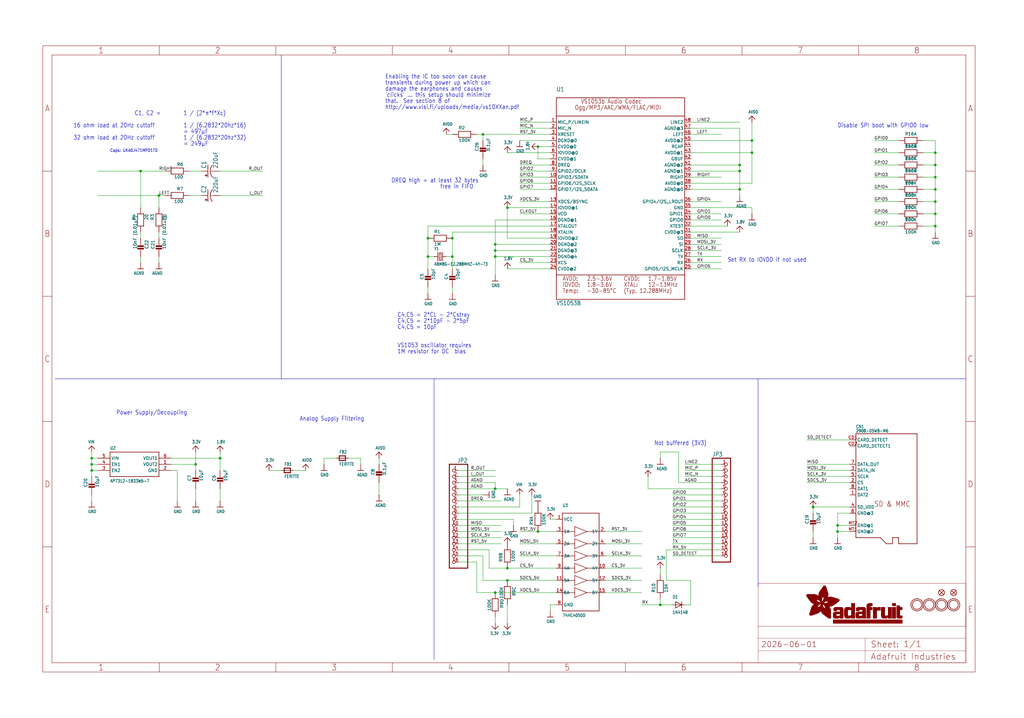
<source format=kicad_sch>
(kicad_sch (version 20230121) (generator eeschema)
  (paper "User" 425.45 298.602)
  (lib_symbols
    (symbol "working-eagle-import:1.8V" (power)
      (property "Value" "1.8V" (at -1.524 1.016 0))
      (symbol "1.8V_1_0"
        (pin power_in line (at 0 -2.54 90) (length 2.54) (name "1.8V") (number "1"))
      )
    )
    (symbol "working-eagle-import:3.3V" (power)
      (property "Value" "3.3V" (at -1.524 1.016 0))
      (symbol "3.3V_1_0"
        (pin power_in line (at 0 -2.54 90) (length 2.54) (name "3.3V") (number "1"))
      )
    )
    (symbol "working-eagle-import:74HC4050D"
      (property "Reference" "U" (at -7.62 22.86 0))
      (symbol "74HC4050D_1_0"
        (pin bidirectional line (at -10.16 17.78 0) (length 2.54) (name "VCC") (number "1"))
        (pin bidirectional line (at 10.16 -2.54 180) (length 2.54) (name "4Y") (number "10"))
        (pin bidirectional line (at -10.16 -7.62 0) (length 2.54) (name "5A") (number "11"))
        (pin bidirectional line (at 10.16 -7.62 180) (length 2.54) (name "5Y") (number "12"))
        (pin bidirectional line (at -10.16 -12.7 0) (length 2.54) (name "6A") (number "14"))
        (pin bidirectional line (at 10.16 -12.7 180) (length 2.54) (name "6Y") (number "15"))
        (pin bidirectional line (at 10.16 12.7 180) (length 2.54) (name "1Y") (number "2"))
        (pin bidirectional line (at -10.16 12.7 0) (length 2.54) (name "1A") (number "3"))
        (pin bidirectional line (at 10.16 7.62 180) (length 2.54) (name "2Y") (number "4"))
        (pin bidirectional line (at -10.16 7.62 0) (length 2.54) (name "2A") (number "5"))
        (pin bidirectional line (at 10.16 2.54 180) (length 2.54) (name "3Y") (number "6"))
        (pin bidirectional line (at -10.16 2.54 0) (length 2.54) (name "3A") (number "7"))
        (pin bidirectional line (at -10.16 -17.78 0) (length 2.54) (name "GND") (number "8"))
        (pin bidirectional line (at -10.16 -2.54 0) (length 2.54) (name "4A") (number "9"))
      )
    )
    (symbol "working-eagle-import:AGND" (power)
      (property "Value" "AGND" (at -1.524 -2.54 0))
      (symbol "AGND_1_0"
        (pin power_in line (at 0 2.54 270) (length 2.54) (name "AGND") (number "1"))
      )
    )
    (symbol "working-eagle-import:AVDD" (power)
      (property "Value" "AVDD" (at -1.524 1.016 0))
      (symbol "AVDD_1_0"
        (pin power_in line (at 0 -2.54 90) (length 2.54) (name "AVDD") (number "1"))
      )
    )
    (symbol "working-eagle-import:CAP_CERAMIC_0805MP"
      (property "Reference" "C" (at -1.79 0.54 90))
      (symbol "CAP_CERAMIC_0805MP_1_0"
        (pin passive line (at 0 5.08 270) (length 2.54) (name "1") (number "1"))
        (pin passive line (at 0 -2.54 90) (length 2.54) (name "2") (number "2"))
      )
    )
    (symbol "working-eagle-import:CPOL-USC"
      (property "Reference" "C" (at 1.016 0.635 0))
      (symbol "CPOL-USC_1_0"
        (pin passive line (at 0 2.54 270) (length 2.54) (name "+") (number "+"))
        (pin passive line (at 0 -5.08 90) (length 2.54) (name "-") (number "-"))
      )
    )
    (symbol "working-eagle-import:CRYSTAL3.2X2.5"
      (property "Reference" "Y" (at -2.54 2.54 0))
      (symbol "CRYSTAL3.2X2.5_1_0"
        (pin passive line (at -2.54 0 0) (length 0) (name "1") (number "1"))
        (pin passive line (at 2.54 0 180) (length 0) (name "2") (number "2"))
      )
    )
    (symbol "working-eagle-import:DIODESOD-323"
      (property "Reference" "D" (at -2.54 2.54 0))
      (symbol "DIODESOD-323_1_0"
        (pin passive line (at -2.54 0 0) (length 2.54) (name "A") (number "A"))
        (pin passive line (at 2.54 0 180) (length 2.54) (name "C") (number "C"))
      )
    )
    (symbol "working-eagle-import:FERRITE_0805MP"
      (property "Reference" "FB" (at -1.27 1.905 0))
      (symbol "FERRITE_0805MP_1_0"
        (pin passive line (at -2.54 0 0) (length 2.54) (name "P$1") (number "1"))
        (pin passive line (at 2.54 0 180) (length 2.54) (name "P$2") (number "2"))
      )
    )
    (symbol "working-eagle-import:FIDUCIAL{dblquote}{dblquote}")
    (symbol "working-eagle-import:FRAME_A3_ADAFRUIT"
      (symbol "FRAME_A3_ADAFRUIT_1_0"
        (text "${#}/${##}" (at 357.505 10.16 0) (effects (font (size 2.54 2.54)) (justify left bottom)))
        (text "${CURRENT_DATE}" (at 298.45 10.16 0) (effects (font (size 2.286 2.286)) (justify left bottom)))
        (text "${PROJECTNAME}" (at 298.45 15.24 0) (effects (font (size 2.54 2.54)) (justify left bottom)))
        (text "1" (at 24.2094 1.905 0) (effects (font (size 2.54 2.286))))
        (text "1" (at 24.2094 258.445 0) (effects (font (size 2.54 2.286))))
        (text "2" (at 72.6281 1.905 0) (effects (font (size 2.54 2.286))))
        (text "2" (at 72.6281 258.445 0) (effects (font (size 2.54 2.286))))
        (text "3" (at 121.0469 1.905 0) (effects (font (size 2.54 2.286))))
        (text "3" (at 121.0469 258.445 0) (effects (font (size 2.54 2.286))))
        (text "4" (at 169.4656 1.905 0) (effects (font (size 2.54 2.286))))
        (text "4" (at 169.4656 258.445 0) (effects (font (size 2.54 2.286))))
        (text "5" (at 217.8844 1.905 0) (effects (font (size 2.54 2.286))))
        (text "5" (at 217.8844 258.445 0) (effects (font (size 2.54 2.286))))
        (text "6" (at 266.3031 1.905 0) (effects (font (size 2.54 2.286))))
        (text "6" (at 266.3031 258.445 0) (effects (font (size 2.54 2.286))))
        (text "7" (at 314.7219 1.905 0) (effects (font (size 2.54 2.286))))
        (text "7" (at 314.7219 258.445 0) (effects (font (size 2.54 2.286))))
        (text "8" (at 363.1406 1.905 0) (effects (font (size 2.54 2.286))))
        (text "8" (at 363.1406 258.445 0) (effects (font (size 2.54 2.286))))
        (text "A" (at 1.905 234.315 0) (effects (font (size 2.54 2.286))))
        (text "A" (at 385.445 234.315 0) (effects (font (size 2.54 2.286))))
        (text "Adafruit Industries" (at 343.916 4.953 0) (effects (font (size 2.54 2.54)) (justify left bottom)))
        (text "B" (at 1.905 182.245 0) (effects (font (size 2.54 2.286))))
        (text "B" (at 385.445 182.245 0) (effects (font (size 2.54 2.286))))
        (text "C" (at 1.905 130.175 0) (effects (font (size 2.54 2.286))))
        (text "C" (at 385.445 130.175 0) (effects (font (size 2.54 2.286))))
        (text "D" (at 1.905 78.105 0) (effects (font (size 2.54 2.286))))
        (text "D" (at 385.445 78.105 0) (effects (font (size 2.54 2.286))))
        (text "E" (at 1.905 26.035 0) (effects (font (size 2.54 2.286))))
        (text "E" (at 385.445 26.035 0) (effects (font (size 2.54 2.286))))
        (text "Sheet:" (at 343.916 10.033 0) (effects (font (size 2.54 2.54)) (justify left bottom)))
      )
    )
    (symbol "working-eagle-import:GND" (power)
      (property "Value" "GND" (at -1.524 -2.54 0))
      (symbol "GND_1_0"
        (pin power_in line (at 0 2.54 270) (length 2.54) (name "GND") (number "1"))
      )
    )
    (symbol "working-eagle-import:HEADER-1X16ROUND"
      (property "Reference" "JP" (at -6.35 20.955 0))
      (symbol "HEADER-1X16ROUND_1_0"
        (pin passive inverted (at -2.54 17.78 0) (length 2.54) (name "1") (number "1"))
        (pin passive inverted (at -2.54 -5.08 0) (length 2.54) (name "10") (number "10"))
        (pin passive inverted (at -2.54 -7.62 0) (length 2.54) (name "11") (number "11"))
        (pin passive inverted (at -2.54 -10.16 0) (length 2.54) (name "12") (number "12"))
        (pin passive inverted (at -2.54 -12.7 0) (length 2.54) (name "13") (number "13"))
        (pin passive inverted (at -2.54 -15.24 0) (length 2.54) (name "14") (number "14"))
        (pin passive inverted (at -2.54 -17.78 0) (length 2.54) (name "15") (number "15"))
        (pin passive inverted (at -2.54 -20.32 0) (length 2.54) (name "16") (number "16"))
        (pin passive inverted (at -2.54 15.24 0) (length 2.54) (name "2") (number "2"))
        (pin passive inverted (at -2.54 12.7 0) (length 2.54) (name "3") (number "3"))
        (pin passive inverted (at -2.54 10.16 0) (length 2.54) (name "4") (number "4"))
        (pin passive inverted (at -2.54 7.62 0) (length 2.54) (name "5") (number "5"))
        (pin passive inverted (at -2.54 5.08 0) (length 2.54) (name "6") (number "6"))
        (pin passive inverted (at -2.54 2.54 0) (length 2.54) (name "7") (number "7"))
        (pin passive inverted (at -2.54 0 0) (length 2.54) (name "8") (number "8"))
        (pin passive inverted (at -2.54 -2.54 0) (length 2.54) (name "9") (number "9"))
      )
    )
    (symbol "working-eagle-import:MICROSD"
      (property "Reference" "X" (at -12.7 22.606 0))
      (symbol "MICROSD_1_0"
        (text "SD & MMC" (at -5.08 -10.16 0) (effects (font (size 2.1844 1.8567)) (justify left bottom)))
        (pin bidirectional line (at -15.24 -5.08 0) (length 2.54) (name "DAT2") (number "1"))
        (pin input line (at -15.24 0 0) (length 2.54) (name "CS") (number "2"))
        (pin input line (at -15.24 5.08 0) (length 2.54) (name "DATA_IN") (number "3"))
        (pin power_in line (at -15.24 -10.16 0) (length 2.54) (name "SD_VDD") (number "4"))
        (pin input line (at -15.24 2.54 0) (length 2.54) (name "SCLK") (number "5"))
        (pin power_in line (at -15.24 -12.7 0) (length 2.54) (name "GND@3") (number "6"))
        (pin output line (at -15.24 7.62 0) (length 2.54) (name "DATA_OUT") (number "7"))
        (pin bidirectional line (at -15.24 -2.54 0) (length 2.54) (name "DAT1") (number "8"))
        (pin passive line (at -15.24 17.78 0) (length 2.54) (name "CARD_DETECT") (number "CD1"))
        (pin passive line (at -15.24 15.24 0) (length 2.54) (name "CARD_DETECT1") (number "CD2"))
        (pin power_in line (at -15.24 -20.32 0) (length 2.54) (name "GND@2") (number "MT1"))
        (pin power_in line (at -15.24 -17.78 0) (length 2.54) (name "GND@1") (number "MT2"))
      )
    )
    (symbol "working-eagle-import:MOUNTINGHOLE3.0THIN")
    (symbol "working-eagle-import:RESISTOR0805_NOOUTLINE"
      (property "Reference" "R" (at -2.54 2.032 0))
      (symbol "RESISTOR0805_NOOUTLINE_1_0"
        (pin passive line (at -5.08 0 0) (length 2.54) (name "1") (number "1"))
        (pin passive line (at 5.08 0 180) (length 2.54) (name "2") (number "2"))
      )
    )
    (symbol "working-eagle-import:RESISTOR_0805MP"
      (property "Reference" "R" (at -2.54 2.032 0))
      (symbol "RESISTOR_0805MP_1_0"
        (pin passive line (at -5.08 0 0) (length 2.54) (name "1") (number "1"))
        (pin passive line (at 5.08 0 180) (length 2.54) (name "2") (number "2"))
      )
    )
    (symbol "working-eagle-import:RESISTOR_4PACK"
      (property "Reference" "R" (at -2.54 2.032 0))
      (symbol "RESISTOR_4PACK_1_0"
        (pin passive line (at -5.08 0 0) (length 2.54) (name "1") (number "1"))
        (pin passive line (at 5.08 0 180) (length 2.54) (name "2") (number "8"))
      )
      (symbol "RESISTOR_4PACK_2_0"
        (pin passive line (at -5.08 0 0) (length 2.54) (name "1") (number "2"))
        (pin passive line (at 5.08 0 180) (length 2.54) (name "2") (number "7"))
      )
      (symbol "RESISTOR_4PACK_3_0"
        (pin passive line (at -5.08 0 0) (length 2.54) (name "1") (number "3"))
        (pin passive line (at 5.08 0 180) (length 2.54) (name "2") (number "6"))
      )
      (symbol "RESISTOR_4PACK_4_0"
        (pin passive line (at -5.08 0 0) (length 2.54) (name "1") (number "4"))
        (pin passive line (at 5.08 0 180) (length 2.54) (name "2") (number "5"))
      )
    )
    (symbol "working-eagle-import:VIN" (power)
      (property "Value" "VIN" (at -1.524 1.016 0))
      (symbol "VIN_1_0"
        (pin power_in line (at 0 -2.54 90) (length 2.54) (name "VIN") (number "1"))
      )
    )
    (symbol "working-eagle-import:VREG_SOT23-6_DUALAP7312"
      (property "Reference" "U" (at -10.16 6.096 0))
      (symbol "VREG_SOT23-6_DUALAP7312_1_0"
        (pin bidirectional line (at 15.24 0 180) (length 5.08) (name "VOUT2") (number "1"))
        (pin bidirectional line (at 15.24 -2.54 180) (length 5.08) (name "GND") (number "2"))
        (pin bidirectional line (at -15.24 -2.54 0) (length 5.08) (name "EN2") (number "3"))
        (pin bidirectional line (at -15.24 0 0) (length 5.08) (name "EN1") (number "4"))
        (pin bidirectional line (at -15.24 2.54 0) (length 5.08) (name "VIN") (number "5"))
        (pin bidirectional line (at 15.24 2.54 180) (length 5.08) (name "VOUT1") (number "6"))
      )
    )
    (symbol "working-eagle-import:VS1053B"
      (property "Reference" "U" (at -25.4 43.18 0))
      (symbol "VS1053B_1_0"
        (text "(Typ. 12.288MHz)" (at 2.54 -40.64 0) (effects (font (size 1.778 1.5113)) (justify left bottom)))
        (text "-30-85°C" (at -12.7 -40.64 0) (effects (font (size 1.778 1.5113)) (justify left bottom)))
        (text "1.7-1.85V" (at 12.7 -35.56 0) (effects (font (size 1.778 1.5113)) (justify left bottom)))
        (text "1.8-3.6V" (at -12.7 -38.1 0) (effects (font (size 1.778 1.5113)) (justify left bottom)))
        (text "12-13MHz" (at 12.7 -38.1 0) (effects (font (size 1.778 1.5113)) (justify left bottom)))
        (text "2.5-3.6V" (at -12.7 -35.56 0) (effects (font (size 1.778 1.5113)) (justify left bottom)))
        (text "AVDD:" (at -22.86 -35.56 0) (effects (font (size 1.778 1.5113)) (justify left bottom)))
        (text "CVDD:" (at 2.54 -35.56 0) (effects (font (size 1.778 1.5113)) (justify left bottom)))
        (text "IOVDD:" (at -22.86 -38.1 0) (effects (font (size 1.778 1.5113)) (justify left bottom)))
        (text "Ogg/MP3/AAC/WMA/FLAC/MIDI" (at -17.78 35.56 0) (effects (font (size 1.778 1.5113)) (justify left bottom)))
        (text "Temp:" (at -22.86 -40.64 0) (effects (font (size 1.778 1.5113)) (justify left bottom)))
        (text "VS1053b Audio Codec" (at -15.24 38.1 0) (effects (font (size 1.778 1.5113)) (justify left bottom)))
        (text "XTAL:" (at 2.54 -38.1 0) (effects (font (size 1.778 1.5113)) (justify left bottom)))
        (pin bidirectional line (at -27.94 30.48 0) (length 2.54) (name "MIC_P/LINEIN") (number "1"))
        (pin bidirectional line (at -27.94 7.62 0) (length 2.54) (name "GPIO3/SDATA") (number "10"))
        (pin bidirectional line (at -27.94 5.08 0) (length 2.54) (name "GPIO6/I2S_SCLK") (number "11"))
        (pin bidirectional line (at -27.94 2.54 0) (length 2.54) (name "GPIO7/I2S_SDATA") (number "12"))
        (pin bidirectional line (at -27.94 -2.54 0) (length 2.54) (name "XDCS/BSYNC") (number "13"))
        (pin power_in line (at -27.94 -5.08 0) (length 2.54) (name "IOVDD@1") (number "14"))
        (pin bidirectional line (at -27.94 -7.62 0) (length 2.54) (name "VCO") (number "15"))
        (pin power_in line (at -27.94 -10.16 0) (length 2.54) (name "DGND@1") (number "16"))
        (pin output line (at -27.94 -12.7 0) (length 2.54) (name "XTALOUT") (number "17"))
        (pin input line (at -27.94 -15.24 0) (length 2.54) (name "XTALIN") (number "18"))
        (pin power_in line (at -27.94 -17.78 0) (length 2.54) (name "IOVDD@2") (number "19"))
        (pin bidirectional line (at -27.94 27.94 0) (length 2.54) (name "MIC_N") (number "2"))
        (pin power_in line (at -27.94 -20.32 0) (length 2.54) (name "DGND@2") (number "20"))
        (pin power_in line (at -27.94 -22.86 0) (length 2.54) (name "DGND@3") (number "21"))
        (pin power_in line (at -27.94 -25.4 0) (length 2.54) (name "DGND@4") (number "22"))
        (pin bidirectional line (at -27.94 -27.94 0) (length 2.54) (name "XCS") (number "23"))
        (pin power_in line (at -27.94 -30.48 0) (length 2.54) (name "CVDD@2") (number "24"))
        (pin bidirectional line (at 30.48 -30.48 180) (length 2.54) (name "GPIO5/I2S_MCLK") (number "25"))
        (pin bidirectional line (at 30.48 -27.94 180) (length 2.54) (name "RX") (number "26"))
        (pin bidirectional line (at 30.48 -25.4 180) (length 2.54) (name "TX") (number "27"))
        (pin bidirectional line (at 30.48 -22.86 180) (length 2.54) (name "SCLK") (number "28"))
        (pin bidirectional line (at 30.48 -20.32 180) (length 2.54) (name "SI") (number "29"))
        (pin bidirectional line (at -27.94 25.4 0) (length 2.54) (name "XRESET") (number "3"))
        (pin bidirectional line (at 30.48 -17.78 180) (length 2.54) (name "SO") (number "30"))
        (pin power_in line (at 30.48 -15.24 180) (length 2.54) (name "CVDD@3") (number "31"))
        (pin bidirectional line (at 30.48 -12.7 180) (length 2.54) (name "XTEST") (number "32"))
        (pin bidirectional line (at 30.48 -10.16 180) (length 2.54) (name "GPIO0") (number "33"))
        (pin bidirectional line (at 30.48 -7.62 180) (length 2.54) (name "GPIO1") (number "34"))
        (pin power_in line (at 30.48 -5.08 180) (length 2.54) (name "GND") (number "35"))
        (pin bidirectional line (at 30.48 -2.54 180) (length 2.54) (name "GPIO4/I2S_LROUT") (number "36"))
        (pin power_in line (at 30.48 2.54 180) (length 2.54) (name "AGND@0") (number "37"))
        (pin power_in line (at 30.48 5.08 180) (length 2.54) (name "AVDD@0") (number "38"))
        (pin bidirectional line (at 30.48 7.62 180) (length 2.54) (name "RIGHT") (number "39"))
        (pin power_in line (at -27.94 22.86 0) (length 2.54) (name "DGND@0") (number "4"))
        (pin power_in line (at 30.48 10.16 180) (length 2.54) (name "AGND@1") (number "40"))
        (pin power_in line (at 30.48 12.7 180) (length 2.54) (name "AGND@2") (number "41"))
        (pin bidirectional line (at 30.48 15.24 180) (length 2.54) (name "GBUF") (number "42"))
        (pin power_in line (at 30.48 17.78 180) (length 2.54) (name "AVDD@1") (number "43"))
        (pin bidirectional line (at 30.48 20.32 180) (length 2.54) (name "RCAP") (number "44"))
        (pin power_in line (at 30.48 22.86 180) (length 2.54) (name "AVDD@2") (number "45"))
        (pin bidirectional line (at 30.48 25.4 180) (length 2.54) (name "LEFT") (number "46"))
        (pin power_in line (at 30.48 27.94 180) (length 2.54) (name "AGND@3") (number "47"))
        (pin bidirectional line (at 30.48 30.48 180) (length 2.54) (name "LINE2") (number "48"))
        (pin power_in line (at -27.94 20.32 0) (length 2.54) (name "CVDD@0") (number "5"))
        (pin power_in line (at -27.94 17.78 0) (length 2.54) (name "IOVDD@0") (number "6"))
        (pin power_in line (at -27.94 15.24 0) (length 2.54) (name "CVDD@1") (number "7"))
        (pin bidirectional line (at -27.94 12.7 0) (length 2.54) (name "DREQ") (number "8"))
        (pin bidirectional line (at -27.94 10.16 0) (length 2.54) (name "GPIO2/DCLK") (number "9"))
      )
    )
  )
  (junction (at 388.62 63.5))
  (junction (at 205.74 101.6))
  (junction (at 307.34 78.74))
  (junction (at 347.98 220.98))
  (junction (at 307.34 71.12))
  (junction (at 337.82 210.82))
  (junction (at 347.98 218.44))
  (junction (at 177.8 99.06))
  (junction (at 388.62 93.98))
  (junction (at 58.42 71.12))
  (junction (at 223.52 60.96))
  (junction (at 388.62 88.9))
  (junction (at 274.32 251.46))
  (junction (at 66.04 81.28))
  (junction (at 205.74 106.68))
  (junction (at 223.52 220.98))
  (junction (at 388.62 68.58))
  (junction (at 210.82 86.36))
  (junction (at 38.1 195.58))
  (junction (at 312.42 63.5))
  (junction (at 388.62 78.74))
  (junction (at 205.74 246.38))
  (junction (at 91.44 190.5))
  (junction (at 177.8 106.68))
  (junction (at 388.62 83.82))
  (junction (at 81.28 193.04))
  (junction (at 200.66 55.88))
  (junction (at 210.82 241.3))
  (junction (at 210.82 236.22))
  (junction (at 187.96 106.68))
  (junction (at 38.1 193.04))
  (junction (at 312.42 58.42))
  (junction (at 307.34 68.58))
  (junction (at 187.96 99.06))
  (junction (at 388.62 73.66))
  (junction (at 205.74 104.14))
  (junction (at 38.1 190.5))
  (junction (at 205.74 203.2))
  (wire (pts (xy 38.1 205.74) (xy 38.1 208.28)) (stroke (width 0.1524)))
  (wire (pts (xy 363.22 78.74) (xy 373.38 78.74)) (stroke (width 0.1524)))
  (wire (pts (xy 231.14 251.46) (xy 228.6 251.46)) (stroke (width 0.1524)))
  (polyline (pts (xy 314.96 157.48) (xy 401.32 157.48)) (stroke (width 0.1524) (type solid)))
  (wire (pts (xy 373.38 93.98) (xy 363.22 93.98)) (stroke (width 0.1524)))
  (wire (pts (xy 299.72 218.44) (xy 279.4 218.44)) (stroke (width 0.1524)))
  (wire (pts (xy 266.7 226.06) (xy 251.46 226.06)) (stroke (width 0.1524)))
  (wire (pts (xy 200.66 231.14) (xy 190.5 231.14)) (stroke (width 0.1524)))
  (polyline (pts (xy 116.84 157.48) (xy 180.34 157.48)) (stroke (width 0.1524) (type solid)))
  (wire (pts (xy 78.74 71.12) (xy 83.82 71.12)) (stroke (width 0.1524)))
  (wire (pts (xy 200.66 205.74) (xy 190.5 205.74)) (stroke (width 0.1524)))
  (wire (pts (xy 71.12 195.58) (xy 73.66 195.58)) (stroke (width 0.1524)))
  (wire (pts (xy 200.66 55.88) (xy 198.12 55.88)) (stroke (width 0.1524)))
  (polyline (pts (xy 314.96 157.48) (xy 314.96 243.84)) (stroke (width 0.1524) (type solid)))
  (wire (pts (xy 276.86 241.3) (xy 276.86 228.6)) (stroke (width 0.1524)))
  (wire (pts (xy 187.96 119.38) (xy 187.96 121.92)) (stroke (width 0.1524)))
  (wire (pts (xy 299.72 226.06) (xy 279.4 226.06)) (stroke (width 0.1524)))
  (wire (pts (xy 231.14 231.14) (xy 215.9 231.14)) (stroke (width 0.1524)))
  (wire (pts (xy 228.6 50.8) (xy 215.9 50.8)) (stroke (width 0.1524)))
  (wire (pts (xy 287.02 104.14) (xy 299.72 104.14)) (stroke (width 0.1524)))
  (wire (pts (xy 337.82 210.82) (xy 337.82 213.36)) (stroke (width 0.1524)))
  (wire (pts (xy 40.64 193.04) (xy 38.1 193.04)) (stroke (width 0.1524)))
  (wire (pts (xy 228.6 99.06) (xy 210.82 99.06)) (stroke (width 0.1524)))
  (wire (pts (xy 58.42 106.68) (xy 58.42 109.22)) (stroke (width 0.1524)))
  (wire (pts (xy 58.42 71.12) (xy 58.42 86.36)) (stroke (width 0.1524)))
  (wire (pts (xy 274.32 251.46) (xy 274.32 248.92)) (stroke (width 0.1524)))
  (wire (pts (xy 228.6 104.14) (xy 205.74 104.14)) (stroke (width 0.1524)))
  (wire (pts (xy 287.02 58.42) (xy 312.42 58.42)) (stroke (width 0.1524)))
  (wire (pts (xy 274.32 187.96) (xy 274.32 190.5)) (stroke (width 0.1524)))
  (wire (pts (xy 307.34 53.34) (xy 307.34 68.58)) (stroke (width 0.1524)))
  (wire (pts (xy 223.52 220.98) (xy 231.14 220.98)) (stroke (width 0.1524)))
  (wire (pts (xy 353.06 220.98) (xy 347.98 220.98)) (stroke (width 0.1524)))
  (wire (pts (xy 66.04 81.28) (xy 66.04 86.36)) (stroke (width 0.1524)))
  (wire (pts (xy 307.34 78.74) (xy 307.34 81.28)) (stroke (width 0.1524)))
  (wire (pts (xy 353.06 213.36) (xy 347.98 213.36)) (stroke (width 0.1524)))
  (wire (pts (xy 287.02 73.66) (xy 299.72 73.66)) (stroke (width 0.1524)))
  (wire (pts (xy 347.98 220.98) (xy 347.98 223.52)) (stroke (width 0.1524)))
  (wire (pts (xy 388.62 58.42) (xy 388.62 63.5)) (stroke (width 0.1524)))
  (wire (pts (xy 287.02 50.8) (xy 307.34 50.8)) (stroke (width 0.1524)))
  (wire (pts (xy 373.38 88.9) (xy 363.22 88.9)) (stroke (width 0.1524)))
  (wire (pts (xy 299.72 193.04) (xy 284.48 193.04)) (stroke (width 0.1524)))
  (wire (pts (xy 299.72 231.14) (xy 279.4 231.14)) (stroke (width 0.1524)))
  (wire (pts (xy 287.02 83.82) (xy 299.72 83.82)) (stroke (width 0.1524)))
  (polyline (pts (xy 180.34 157.48) (xy 180.34 274.32)) (stroke (width 0.1524) (type solid)))
  (wire (pts (xy 149.86 190.5) (xy 149.86 193.04)) (stroke (width 0.1524)))
  (wire (pts (xy 91.44 71.12) (xy 109.22 71.12)) (stroke (width 0.1524)))
  (wire (pts (xy 210.82 241.3) (xy 200.66 241.3)) (stroke (width 0.1524)))
  (wire (pts (xy 228.6 73.66) (xy 215.9 73.66)) (stroke (width 0.1524)))
  (wire (pts (xy 363.22 63.5) (xy 373.38 63.5)) (stroke (width 0.1524)))
  (wire (pts (xy 81.28 193.04) (xy 81.28 195.58)) (stroke (width 0.1524)))
  (wire (pts (xy 228.6 66.04) (xy 223.52 66.04)) (stroke (width 0.1524)))
  (wire (pts (xy 231.14 246.38) (xy 205.74 246.38)) (stroke (width 0.1524)))
  (wire (pts (xy 299.72 228.6) (xy 276.86 228.6)) (stroke (width 0.1524)))
  (wire (pts (xy 383.54 63.5) (xy 388.62 63.5)) (stroke (width 0.1524)))
  (wire (pts (xy 66.04 96.52) (xy 66.04 99.06)) (stroke (width 0.1524)))
  (wire (pts (xy 81.28 203.2) (xy 81.28 208.28)) (stroke (width 0.1524)))
  (wire (pts (xy 190.5 203.2) (xy 205.74 203.2)) (stroke (width 0.1524)))
  (wire (pts (xy 228.6 53.34) (xy 215.9 53.34)) (stroke (width 0.1524)))
  (wire (pts (xy 353.06 200.66) (xy 335.28 200.66)) (stroke (width 0.1524)))
  (wire (pts (xy 231.14 236.22) (xy 210.82 236.22)) (stroke (width 0.1524)))
  (wire (pts (xy 121.92 195.58) (xy 127 195.58)) (stroke (width 0.1524)))
  (wire (pts (xy 228.6 96.52) (xy 187.96 96.52)) (stroke (width 0.1524)))
  (wire (pts (xy 215.9 210.82) (xy 215.9 205.74)) (stroke (width 0.1524)))
  (wire (pts (xy 200.66 55.88) (xy 200.66 58.42)) (stroke (width 0.1524)))
  (wire (pts (xy 157.48 200.66) (xy 157.48 205.74)) (stroke (width 0.1524)))
  (wire (pts (xy 383.54 83.82) (xy 388.62 83.82)) (stroke (width 0.1524)))
  (wire (pts (xy 312.42 63.5) (xy 312.42 76.2)) (stroke (width 0.1524)))
  (wire (pts (xy 228.6 109.22) (xy 215.9 109.22)) (stroke (width 0.1524)))
  (wire (pts (xy 279.4 251.46) (xy 274.32 251.46)) (stroke (width 0.1524)))
  (wire (pts (xy 228.6 55.88) (xy 200.66 55.88)) (stroke (width 0.1524)))
  (wire (pts (xy 208.28 218.44) (xy 190.5 218.44)) (stroke (width 0.1524)))
  (wire (pts (xy 363.22 83.82) (xy 373.38 83.82)) (stroke (width 0.1524)))
  (wire (pts (xy 198.12 246.38) (xy 198.12 233.68)) (stroke (width 0.1524)))
  (wire (pts (xy 205.74 203.2) (xy 210.82 203.2)) (stroke (width 0.1524)))
  (wire (pts (xy 228.6 63.5) (xy 210.82 63.5)) (stroke (width 0.1524)))
  (wire (pts (xy 66.04 81.28) (xy 40.64 81.28)) (stroke (width 0.1524)))
  (wire (pts (xy 190.5 220.98) (xy 208.28 220.98)) (stroke (width 0.1524)))
  (wire (pts (xy 190.5 226.06) (xy 208.28 226.06)) (stroke (width 0.1524)))
  (wire (pts (xy 337.82 220.98) (xy 337.82 223.52)) (stroke (width 0.1524)))
  (wire (pts (xy 228.6 83.82) (xy 215.9 83.82)) (stroke (width 0.1524)))
  (wire (pts (xy 287.02 111.76) (xy 299.72 111.76)) (stroke (width 0.1524)))
  (wire (pts (xy 299.72 200.66) (xy 281.94 200.66)) (stroke (width 0.1524)))
  (wire (pts (xy 228.6 93.98) (xy 177.8 93.98)) (stroke (width 0.1524)))
  (wire (pts (xy 287.02 251.46) (xy 287.02 241.3)) (stroke (width 0.1524)))
  (wire (pts (xy 228.6 78.74) (xy 215.9 78.74)) (stroke (width 0.1524)))
  (wire (pts (xy 312.42 86.36) (xy 312.42 88.9)) (stroke (width 0.1524)))
  (wire (pts (xy 228.6 68.58) (xy 215.9 68.58)) (stroke (width 0.1524)))
  (wire (pts (xy 251.46 236.22) (xy 266.7 236.22)) (stroke (width 0.1524)))
  (wire (pts (xy 287.02 55.88) (xy 299.72 55.88)) (stroke (width 0.1524)))
  (wire (pts (xy 177.8 93.98) (xy 177.8 99.06)) (stroke (width 0.1524)))
  (wire (pts (xy 91.44 190.5) (xy 91.44 187.96)) (stroke (width 0.1524)))
  (wire (pts (xy 177.8 119.38) (xy 177.8 121.92)) (stroke (width 0.1524)))
  (wire (pts (xy 269.24 203.2) (xy 299.72 203.2)) (stroke (width 0.1524)))
  (wire (pts (xy 287.02 88.9) (xy 299.72 88.9)) (stroke (width 0.1524)))
  (wire (pts (xy 299.72 213.36) (xy 279.4 213.36)) (stroke (width 0.1524)))
  (wire (pts (xy 269.24 198.12) (xy 269.24 203.2)) (stroke (width 0.1524)))
  (wire (pts (xy 287.02 106.68) (xy 299.72 106.68)) (stroke (width 0.1524)))
  (wire (pts (xy 287.02 53.34) (xy 307.34 53.34)) (stroke (width 0.1524)))
  (wire (pts (xy 180.34 106.68) (xy 177.8 106.68)) (stroke (width 0.1524)))
  (wire (pts (xy 363.22 58.42) (xy 373.38 58.42)) (stroke (width 0.1524)))
  (wire (pts (xy 287.02 78.74) (xy 307.34 78.74)) (stroke (width 0.1524)))
  (wire (pts (xy 383.54 73.66) (xy 388.62 73.66)) (stroke (width 0.1524)))
  (wire (pts (xy 177.8 106.68) (xy 177.8 111.76)) (stroke (width 0.1524)))
  (wire (pts (xy 157.48 190.5) (xy 157.48 193.04)) (stroke (width 0.1524)))
  (wire (pts (xy 81.28 193.04) (xy 81.28 187.96)) (stroke (width 0.1524)))
  (wire (pts (xy 228.6 251.46) (xy 228.6 254)) (stroke (width 0.1524)))
  (wire (pts (xy 198.12 233.68) (xy 190.5 233.68)) (stroke (width 0.1524)))
  (wire (pts (xy 40.64 190.5) (xy 38.1 190.5)) (stroke (width 0.1524)))
  (wire (pts (xy 190.5 210.82) (xy 215.9 210.82)) (stroke (width 0.1524)))
  (wire (pts (xy 274.32 238.76) (xy 274.32 236.22)) (stroke (width 0.1524)))
  (wire (pts (xy 187.96 96.52) (xy 187.96 99.06)) (stroke (width 0.1524)))
  (wire (pts (xy 251.46 241.3) (xy 266.7 241.3)) (stroke (width 0.1524)))
  (wire (pts (xy 287.02 93.98) (xy 302.26 93.98)) (stroke (width 0.1524)))
  (wire (pts (xy 274.32 251.46) (xy 266.7 251.46)) (stroke (width 0.1524)))
  (wire (pts (xy 210.82 251.46) (xy 210.82 259.08)) (stroke (width 0.1524)))
  (wire (pts (xy 185.42 106.68) (xy 187.96 106.68)) (stroke (width 0.1524)))
  (wire (pts (xy 231.14 226.06) (xy 215.9 226.06)) (stroke (width 0.1524)))
  (wire (pts (xy 71.12 193.04) (xy 81.28 193.04)) (stroke (width 0.1524)))
  (wire (pts (xy 299.72 215.9) (xy 279.4 215.9)) (stroke (width 0.1524)))
  (wire (pts (xy 281.94 187.96) (xy 281.94 200.66)) (stroke (width 0.1524)))
  (wire (pts (xy 190.5 195.58) (xy 205.74 195.58)) (stroke (width 0.1524)))
  (wire (pts (xy 228.6 101.6) (xy 205.74 101.6)) (stroke (width 0.1524)))
  (wire (pts (xy 73.66 195.58) (xy 73.66 208.28)) (stroke (width 0.1524)))
  (wire (pts (xy 203.2 228.6) (xy 190.5 228.6)) (stroke (width 0.1524)))
  (wire (pts (xy 287.02 76.2) (xy 312.42 76.2)) (stroke (width 0.1524)))
  (wire (pts (xy 187.96 55.88) (xy 185.42 55.88)) (stroke (width 0.1524)))
  (wire (pts (xy 388.62 93.98) (xy 388.62 96.52)) (stroke (width 0.1524)))
  (wire (pts (xy 187.96 106.68) (xy 187.96 111.76)) (stroke (width 0.1524)))
  (wire (pts (xy 91.44 190.5) (xy 91.44 195.58)) (stroke (width 0.1524)))
  (wire (pts (xy 373.38 73.66) (xy 363.22 73.66)) (stroke (width 0.1524)))
  (wire (pts (xy 134.62 190.5) (xy 139.7 190.5)) (stroke (width 0.1524)))
  (polyline (pts (xy 180.34 157.48) (xy 314.96 157.48)) (stroke (width 0.1524) (type solid)))
  (wire (pts (xy 231.14 215.9) (xy 228.6 215.9)) (stroke (width 0.1524)))
  (wire (pts (xy 299.72 223.52) (xy 279.4 223.52)) (stroke (width 0.1524)))
  (wire (pts (xy 228.6 86.36) (xy 210.82 86.36)) (stroke (width 0.1524)))
  (wire (pts (xy 287.02 91.44) (xy 299.72 91.44)) (stroke (width 0.1524)))
  (wire (pts (xy 299.72 220.98) (xy 279.4 220.98)) (stroke (width 0.1524)))
  (wire (pts (xy 190.5 223.52) (xy 208.28 223.52)) (stroke (width 0.1524)))
  (wire (pts (xy 78.74 81.28) (xy 83.82 81.28)) (stroke (width 0.1524)))
  (wire (pts (xy 228.6 106.68) (xy 205.74 106.68)) (stroke (width 0.1524)))
  (wire (pts (xy 38.1 195.58) (xy 38.1 193.04)) (stroke (width 0.1524)))
  (wire (pts (xy 388.62 63.5) (xy 388.62 68.58)) (stroke (width 0.1524)))
  (wire (pts (xy 40.64 195.58) (xy 38.1 195.58)) (stroke (width 0.1524)))
  (wire (pts (xy 347.98 218.44) (xy 347.98 220.98)) (stroke (width 0.1524)))
  (wire (pts (xy 187.96 99.06) (xy 187.96 106.68)) (stroke (width 0.1524)))
  (wire (pts (xy 190.5 215.9) (xy 213.36 215.9)) (stroke (width 0.1524)))
  (wire (pts (xy 287.02 96.52) (xy 307.34 96.52)) (stroke (width 0.1524)))
  (wire (pts (xy 91.44 203.2) (xy 91.44 208.28)) (stroke (width 0.1524)))
  (wire (pts (xy 388.62 88.9) (xy 388.62 93.98)) (stroke (width 0.1524)))
  (wire (pts (xy 383.54 68.58) (xy 388.62 68.58)) (stroke (width 0.1524)))
  (wire (pts (xy 287.02 71.12) (xy 307.34 71.12)) (stroke (width 0.1524)))
  (wire (pts (xy 190.5 208.28) (xy 208.28 208.28)) (stroke (width 0.1524)))
  (wire (pts (xy 38.1 193.04) (xy 38.1 190.5)) (stroke (width 0.1524)))
  (wire (pts (xy 299.72 208.28) (xy 279.4 208.28)) (stroke (width 0.1524)))
  (wire (pts (xy 190.5 200.66) (xy 205.74 200.66)) (stroke (width 0.1524)))
  (wire (pts (xy 231.14 241.3) (xy 210.82 241.3)) (stroke (width 0.1524)))
  (wire (pts (xy 287.02 109.22) (xy 299.72 109.22)) (stroke (width 0.1524)))
  (wire (pts (xy 284.48 195.58) (xy 299.72 195.58)) (stroke (width 0.1524)))
  (wire (pts (xy 177.8 99.06) (xy 177.8 106.68)) (stroke (width 0.1524)))
  (wire (pts (xy 228.6 88.9) (xy 215.9 88.9)) (stroke (width 0.1524)))
  (wire (pts (xy 353.06 182.88) (xy 335.28 182.88)) (stroke (width 0.1524)))
  (wire (pts (xy 287.02 68.58) (xy 307.34 68.58)) (stroke (width 0.1524)))
  (wire (pts (xy 353.06 193.04) (xy 335.28 193.04)) (stroke (width 0.1524)))
  (wire (pts (xy 347.98 213.36) (xy 347.98 218.44)) (stroke (width 0.1524)))
  (wire (pts (xy 223.52 66.04) (xy 223.52 60.96)) (stroke (width 0.1524)))
  (wire (pts (xy 287.02 86.36) (xy 312.42 86.36)) (stroke (width 0.1524)))
  (wire (pts (xy 200.66 66.04) (xy 200.66 68.58)) (stroke (width 0.1524)))
  (wire (pts (xy 111.76 195.58) (xy 116.84 195.58)) (stroke (width 0.1524)))
  (wire (pts (xy 210.82 236.22) (xy 203.2 236.22)) (stroke (width 0.1524)))
  (wire (pts (xy 383.54 93.98) (xy 388.62 93.98)) (stroke (width 0.1524)))
  (wire (pts (xy 284.48 198.12) (xy 299.72 198.12)) (stroke (width 0.1524)))
  (wire (pts (xy 220.98 213.36) (xy 220.98 205.74)) (stroke (width 0.1524)))
  (wire (pts (xy 210.82 99.06) (xy 210.82 86.36)) (stroke (width 0.1524)))
  (wire (pts (xy 66.04 106.68) (xy 66.04 109.22)) (stroke (width 0.1524)))
  (wire (pts (xy 228.6 71.12) (xy 215.9 71.12)) (stroke (width 0.1524)))
  (wire (pts (xy 353.06 210.82) (xy 337.82 210.82)) (stroke (width 0.1524)))
  (wire (pts (xy 307.34 71.12) (xy 307.34 78.74)) (stroke (width 0.1524)))
  (wire (pts (xy 287.02 99.06) (xy 299.72 99.06)) (stroke (width 0.1524)))
  (wire (pts (xy 312.42 58.42) (xy 312.42 63.5)) (stroke (width 0.1524)))
  (wire (pts (xy 68.58 81.28) (xy 66.04 81.28)) (stroke (width 0.1524)))
  (wire (pts (xy 251.46 246.38) (xy 266.7 246.38)) (stroke (width 0.1524)))
  (wire (pts (xy 205.74 104.14) (xy 205.74 106.68)) (stroke (width 0.1524)))
  (polyline (pts (xy 116.84 22.86) (xy 116.84 157.48)) (stroke (width 0.1524) (type solid)))
  (wire (pts (xy 213.36 215.9) (xy 213.36 218.44)) (stroke (width 0.1524)))
  (wire (pts (xy 228.6 91.44) (xy 205.74 91.44)) (stroke (width 0.1524)))
  (wire (pts (xy 373.38 68.58) (xy 363.22 68.58)) (stroke (width 0.1524)))
  (wire (pts (xy 383.54 58.42) (xy 388.62 58.42)) (stroke (width 0.1524)))
  (wire (pts (xy 383.54 88.9) (xy 388.62 88.9)) (stroke (width 0.1524)))
  (wire (pts (xy 388.62 73.66) (xy 388.62 78.74)) (stroke (width 0.1524)))
  (wire (pts (xy 200.66 241.3) (xy 200.66 231.14)) (stroke (width 0.1524)))
  (wire (pts (xy 299.72 210.82) (xy 279.4 210.82)) (stroke (width 0.1524)))
  (wire (pts (xy 228.6 60.96) (xy 223.52 60.96)) (stroke (width 0.1524)))
  (wire (pts (xy 299.72 205.74) (xy 279.4 205.74)) (stroke (width 0.1524)))
  (wire (pts (xy 388.62 83.82) (xy 388.62 88.9)) (stroke (width 0.1524)))
  (wire (pts (xy 205.74 246.38) (xy 198.12 246.38)) (stroke (width 0.1524)))
  (wire (pts (xy 388.62 68.58) (xy 388.62 73.66)) (stroke (width 0.1524)))
  (wire (pts (xy 144.78 190.5) (xy 149.86 190.5)) (stroke (width 0.1524)))
  (wire (pts (xy 205.74 200.66) (xy 205.74 203.2)) (stroke (width 0.1524)))
  (wire (pts (xy 134.62 193.04) (xy 134.62 190.5)) (stroke (width 0.1524)))
  (wire (pts (xy 203.2 236.22) (xy 203.2 228.6)) (stroke (width 0.1524)))
  (wire (pts (xy 205.74 106.68) (xy 205.74 114.3)) (stroke (width 0.1524)))
  (wire (pts (xy 353.06 198.12) (xy 335.28 198.12)) (stroke (width 0.1524)))
  (wire (pts (xy 383.54 78.74) (xy 388.62 78.74)) (stroke (width 0.1524)))
  (wire (pts (xy 215.9 220.98) (xy 223.52 220.98)) (stroke (width 0.1524)))
  (wire (pts (xy 38.1 195.58) (xy 38.1 198.12)) (stroke (width 0.1524)))
  (wire (pts (xy 287.02 101.6) (xy 299.72 101.6)) (stroke (width 0.1524)))
  (wire (pts (xy 284.48 251.46) (xy 287.02 251.46)) (stroke (width 0.1524)))
  (wire (pts (xy 205.74 91.44) (xy 205.74 101.6)) (stroke (width 0.1524)))
  (polyline (pts (xy 22.86 157.48) (xy 116.84 157.48)) (stroke (width 0.1524) (type solid)))
  (wire (pts (xy 251.46 231.14) (xy 266.7 231.14)) (stroke (width 0.1524)))
  (wire (pts (xy 58.42 96.52) (xy 58.42 99.06)) (stroke (width 0.1524)))
  (wire (pts (xy 190.5 198.12) (xy 205.74 198.12)) (stroke (width 0.1524)))
  (wire (pts (xy 228.6 58.42) (xy 215.9 58.42)) (stroke (width 0.1524)))
  (wire (pts (xy 228.6 76.2) (xy 215.9 76.2)) (stroke (width 0.1524)))
  (wire (pts (xy 71.12 190.5) (xy 91.44 190.5)) (stroke (width 0.1524)))
  (wire (pts (xy 68.58 71.12) (xy 58.42 71.12)) (stroke (width 0.1524)))
  (wire (pts (xy 287.02 241.3) (xy 276.86 241.3)) (stroke (width 0.1524)))
  (wire (pts (xy 353.06 195.58) (xy 335.28 195.58)) (stroke (width 0.1524)))
  (wire (pts (xy 251.46 220.98) (xy 266.7 220.98)) (stroke (width 0.1524)))
  (wire (pts (xy 205.74 101.6) (xy 205.74 104.14)) (stroke (width 0.1524)))
  (wire (pts (xy 58.42 71.12) (xy 40.64 71.12)) (stroke (width 0.1524)))
  (wire (pts (xy 228.6 111.76) (xy 210.82 111.76)) (stroke (width 0.1524)))
  (wire (pts (xy 307.34 68.58) (xy 307.34 71.12)) (stroke (width 0.1524)))
  (wire (pts (xy 190.5 213.36) (xy 220.98 213.36)) (stroke (width 0.1524)))
  (wire (pts (xy 287.02 63.5) (xy 312.42 63.5)) (stroke (width 0.1524)))
  (wire (pts (xy 312.42 50.8) (xy 312.42 58.42)) (stroke (width 0.1524)))
  (wire (pts (xy 353.06 218.44) (xy 347.98 218.44)) (stroke (width 0.1524)))
  (wire (pts (xy 388.62 78.74) (xy 388.62 83.82)) (stroke (width 0.1524)))
  (wire (pts (xy 91.44 81.28) (xy 109.22 81.28)) (stroke (width 0.1524)))
  (wire (pts (xy 205.74 256.54) (xy 205.74 259.08)) (stroke (width 0.1524)))
  (wire (pts (xy 38.1 190.5) (xy 38.1 187.96)) (stroke (width 0.1524)))
  (wire (pts (xy 274.32 187.96) (xy 281.94 187.96)) (stroke (width 0.1524)))
  (text "Power Supply/Decoupling" (at 48.26 172.72 0) (effects (font (size 1.778 1.5113)) (justify left bottom)))
  (text "1 / (2*π*f*Xc)" (at 76.2 48.26 0) (effects (font (size 1.778 1.5113)) (justify left bottom)))
  (text "Not buffered (3V3)~{}" (at 271.78 185.42 0) (effects (font (size 1.778 1.5113)) (justify left bottom)))
  (text "Caps: UKA0J471MPD1TD" (at 45.72 63.5 0) (effects (font (size 1.27 1.0795)) (justify left bottom)))
  (text "1 / (6.2832*20hz*16)" (at 76.2 53.34 0) (effects (font (size 1.778 1.5113)) (justify left bottom)))
  (text "DREQ high = at least 32 bytes" (at 162.56 76.2 0) (effects (font (size 1.778 1.5113)) (justify left bottom)))
  (text "free in FIFO" (at 182.88 78.74 0) (effects (font (size 1.778 1.5113)) (justify left bottom)))
  (text "= 497µF" (at 76.2 55.88 0) (effects (font (size 1.778 1.5113)) (justify left bottom)))
  (text "VS1053 oscillator requires" (at 165.1 144.78 0) (effects (font (size 1.778 1.5113)) (justify left bottom)))
  (text "= 249µF" (at 76.2 60.96 0) (effects (font (size 1.778 1.5113)) (justify left bottom)))
  (text "transients during power up which can" (at 160.02 35.56 0) (effects (font (size 1.778 1.5113)) (justify left bottom)))
  (text "damage the earphones and causes" (at 160.02 38.1 0) (effects (font (size 1.778 1.5113)) (justify left bottom)))
  (text "C4,C5 = 2*CL - 2*Cstray" (at 165.1 132.08 0) (effects (font (size 1.778 1.5113)) (justify left bottom)))
  (text "that.  See section 8 of" (at 160.02 43.18 0) (effects (font (size 1.778 1.5113)) (justify left bottom)))
  (text "'clicks' ... this setup should minimize" (at 160.02 40.64 0) (effects (font (size 1.778 1.5113)) (justify left bottom)))
  (text "Disable SPI boot with GPIO0 low" (at 347.98 53.34 0) (effects (font (size 1.778 1.5113)) (justify left bottom)))
  (text "C4,C5 = 10pF" (at 165.1 137.16 0) (effects (font (size 1.778 1.5113)) (justify left bottom)))
  (text "1M resistor for DC  bias" (at 165.1 147.32 0) (effects (font (size 1.778 1.5113)) (justify left bottom)))
  (text "16 ohm load at 20Hz cuttoff" (at 30.48 53.34 0) (effects (font (size 1.778 1.5113)) (justify left bottom)))
  (text "http://www.vlsi.fi/uploads/media/vs10XXan.pdf" (at 160.02 45.72 0) (effects (font (size 1.778 1.5113)) (justify left bottom)))
  (text "Set RX to IOVDD if not used" (at 302.26 109.22 0) (effects (font (size 1.778 1.5113)) (justify left bottom)))
  (text "32 ohm load at 20Hz cuttoff" (at 30.48 58.42 0) (effects (font (size 1.778 1.5113)) (justify left bottom)))
  (text "Analog Supply Filtering" (at 124.46 175.26 0) (effects (font (size 1.778 1.5113)) (justify left bottom)))
  (text "1 / (6.2832*20hz*32)" (at 76.2 58.42 0) (effects (font (size 1.778 1.5113)) (justify left bottom)))
  (text "Enabling the IC too soon can cause" (at 160.02 33.02 0) (effects (font (size 1.778 1.5113)) (justify left bottom)))
  (text "C4,C5 = 2*10pF - 2*5pF" (at 165.1 134.62 0) (effects (font (size 1.778 1.5113)) (justify left bottom)))
  (text "C1, C2 =" (at 55.88 48.26 0) (effects (font (size 1.778 1.5113)) (justify left bottom)))
  (label "XDCS_5V" (at 215.9 246.38 0) (effects (font (size 1.2446 1.2446))))
  (label "AGND" (at 284.48 200.66 0) (effects (font (size 1.2446 1.2446))))
  (label "GPIO3" (at 363.22 73.66 0) (effects (font (size 1.2446 1.2446))))
  (label "GPIO4" (at 279.4 215.9 0) (effects (font (size 1.2446 1.2446))))
  (label "MISO" (at 335.28 193.04 0) (effects (font (size 1.2446 1.2446))))
  (label "GPIO3" (at 279.4 213.36 0) (effects (font (size 1.2446 1.2446))))
  (label "MOSI_5V" (at 215.9 226.06 0) (effects (font (size 1.2446 1.2446))))
  (label "XDCS_3V" (at 254 246.38 0) (effects (font (size 1.2446 1.2446))))
  (label "GPIO5" (at 289.56 111.76 0) (effects (font (size 1.2446 1.2446))))
  (label "MOSI_5V" (at 195.58 220.98 0) (effects (font (size 1.2446 1.2446))))
  (label "CLKOUT" (at 215.9 88.9 0) (effects (font (size 1.2446 1.2446))))
  (label "LEFT" (at 289.56 55.88 0) (effects (font (size 1.2446 1.2446))))
  (label "RIGHT" (at 66.04 71.12 0) (effects (font (size 1.2446 1.2446))))
  (label "GPIO4" (at 363.22 78.74 0) (effects (font (size 1.2446 1.2446))))
  (label "GPIO1" (at 279.4 208.28 0) (effects (font (size 1.2446 1.2446))))
  (label "SCLK_3V" (at 335.28 198.12 0) (effects (font (size 1.2446 1.2446))))
  (label "XDCS_3V" (at 215.9 83.82 0) (effects (font (size 1.2446 1.2446))))
  (label "TX" (at 289.56 106.68 0) (effects (font (size 1.2446 1.2446))))
  (label "MIC_P" (at 215.9 50.8 0) (effects (font (size 1.2446 1.2446))))
  (label "AGND" (at 195.58 203.2 0) (effects (font (size 1.2446 1.2446))))
  (label "GPIO1" (at 363.22 63.5 0) (effects (font (size 1.2446 1.2446))))
  (label "GPIO0" (at 289.56 91.44 0) (effects (font (size 1.2446 1.2446))))
  (label "GPIO7" (at 279.4 223.52 0) (effects (font (size 1.2446 1.2446))))
  (label "LINE2" (at 284.48 193.04 0) (effects (font (size 1.2446 1.2446))))
  (label "DREQ" (at 215.9 68.58 0) (effects (font (size 1.2446 1.2446))))
  (label "SDCS_3V" (at 335.28 200.66 0) (effects (font (size 1.2446 1.2446))))
  (label "LINE2" (at 289.56 50.8 0) (effects (font (size 1.2446 1.2446))))
  (label "SCLK_3V" (at 254 231.14 0) (effects (font (size 1.2446 1.2446))))
  (label "CS_3V" (at 254 236.22 0) (effects (font (size 1.2446 1.2446))))
  (label "MOSI_3V" (at 289.56 101.6 0) (effects (font (size 1.2446 1.2446))))
  (label "GPIO3" (at 215.9 73.66 0) (effects (font (size 1.2446 1.2446))))
  (label "RX" (at 266.7 251.46 0) (effects (font (size 1.2446 1.2446))))
  (label "RIGHT" (at 289.56 73.66 0) (effects (font (size 1.2446 1.2446))))
  (label "RST_5V" (at 195.58 226.06 0) (effects (font (size 1.2446 1.2446))))
  (label "SDCS_3V" (at 254 241.3 0) (effects (font (size 1.2446 1.2446))))
  (label "GPIO2" (at 279.4 210.82 0) (effects (font (size 1.2446 1.2446))))
  (label "GPIO0" (at 363.22 58.42 0) (effects (font (size 1.2446 1.2446))))
  (label "GPIO2" (at 215.9 71.12 0) (effects (font (size 1.2446 1.2446))))
  (label "DREQ" (at 195.58 208.28 0) (effects (font (size 1.2446 1.2446))))
  (label "R_OUT" (at 109.22 71.12 180) (effects (font (size 1.2446 1.2446))))
  (label "R_OUT" (at 195.58 195.58 0) (effects (font (size 1.2446 1.2446))))
  (label "MIC_N" (at 284.48 198.12 0) (effects (font (size 1.2446 1.2446))))
  (label "MOSI_3V" (at 335.28 195.58 0) (effects (font (size 1.2446 1.2446))))
  (label "SDCS_5V" (at 215.9 241.3 0) (effects (font (size 1.2446 1.2446))))
  (label "MOSI_3V" (at 254 226.06 0) (effects (font (size 1.2446 1.2446))))
  (label "L_OUT" (at 109.22 81.28 180) (effects (font (size 1.2446 1.2446))))
  (label "GPIO5" (at 279.4 218.44 0) (effects (font (size 1.2446 1.2446))))
  (label "GPIO1" (at 289.56 88.9 0) (effects (font (size 1.2446 1.2446))))
  (label "GPIO6" (at 279.4 220.98 0) (effects (font (size 1.2446 1.2446))))
  (label "RX" (at 289.56 109.22 0) (effects (font (size 1.2446 1.2446))))
  (label "SD_DETECT" (at 335.28 182.88 0) (effects (font (size 1.2446 1.2446))))
  (label "GPIO4" (at 289.56 83.82 0) (effects (font (size 1.2446 1.2446))))
  (label "SD_DETECT" (at 279.4 231.14 0) (effects (font (size 1.2446 1.2446))))
  (label "MISO" (at 289.56 99.06 0) (effects (font (size 1.2446 1.2446))))
  (label "L_OUT" (at 195.58 198.12 0) (effects (font (size 1.2446 1.2446))))
  (label "MISO" (at 195.58 218.44 0) (effects (font (size 1.2446 1.2446))))
  (label "CS_3V" (at 215.9 109.22 0) (effects (font (size 1.2446 1.2446))))
  (label "LEFT" (at 66.04 81.28 0) (effects (font (size 1.2446 1.2446))))
  (label "SCLK_3V" (at 289.56 104.14 0) (effects (font (size 1.2446 1.2446))))
  (label "GPIO0" (at 279.4 205.74 0) (effects (font (size 1.2446 1.2446))))
  (label "RST_3V" (at 215.9 55.88 0) (effects (font (size 1.2446 1.2446))))
  (label "CS_5V" (at 215.9 236.22 0) (effects (font (size 1.2446 1.2446))))
  (label "GPIO7" (at 215.9 78.74 0) (effects (font (size 1.2446 1.2446))))
  (label "GPIO5" (at 363.22 83.82 0) (effects (font (size 1.2446 1.2446))))
  (label "AGND" (at 195.58 200.66 0) (effects (font (size 1.2446 1.2446))))
  (label "GPIO2" (at 363.22 68.58 0) (effects (font (size 1.2446 1.2446))))
  (label "GPIO6" (at 215.9 76.2 0) (effects (font (size 1.2446 1.2446))))
  (label "TX" (at 279.4 226.06 0) (effects (font (size 1.2446 1.2446))))
  (label "GPIO6" (at 363.22 88.9 0) (effects (font (size 1.2446 1.2446))))
  (label "SCLK_5V" (at 215.9 231.14 0) (effects (font (size 1.2446 1.2446))))
  (label "RST_3V" (at 254 220.98 0) (effects (font (size 1.2446 1.2446))))
  (label "SCLK_5V" (at 195.58 223.52 0) (effects (font (size 1.2446 1.2446))))
  (label "MIC_P" (at 284.48 195.58 0) (effects (font (size 1.2446 1.2446))))
  (label "GPIO7" (at 363.22 93.98 0) (effects (font (size 1.2446 1.2446))))
  (label "MIC_N" (at 215.9 53.34 0) (effects (font (size 1.2446 1.2446))))
  (label "RST_5V" (at 215.9 220.98 0) (effects (font (size 1.2446 1.2446))))
  (label "RX_5V" (at 279.4 228.6 0) (effects (font (size 1.2446 1.2446))))
  (symbol (lib_id "working-eagle-import:GND") (at 347.98 226.06 0) (unit 1)
    (property "Reference" "#U$35" (effects hide))
    (property "Value" "GND" (at 346.456 228.6 0) (effects (font (size 1.27 1.0795)) (justify left bottom)))
  )
  (symbol (lib_id "working-eagle-import:CAP_CERAMIC_0805MP") (at 187.96 116.84 0) (unit 1)
    (property "Reference" "C4" (at 186.17 116.3 90) (effects (justify left bottom)))
    (property "Value" "10pF" (at 190.96 116.3 90) (effects (justify left bottom)))
    (property "Footprint" "working:_0805MP" (effects hide))
  )
  (symbol (lib_id "working-eagle-import:3.3V") (at 228.6 213.36 0) (unit 1)
    (property "Reference" "#U$36" (effects hide))
    (property "Value" "3.3V" (at 227.076 212.344 0) (effects (font (size 1.27 1.0795)) (justify left bottom)))
  )
  (symbol (lib_id "working-eagle-import:RESISTOR_4PACK") (at 378.46 58.42 0) (unit 1)
    (property "Reference" "R16" (at 375.92 56.388 0) (effects (justify left bottom)))
    (property "Value" "100K" (at 375.92 61.595 0) (effects (justify left bottom)))
    (property "Footprint" "working:RESPACK_4X0603" (effects hide))
  )
  (symbol (lib_id "working-eagle-import:RESISTOR0805_NOOUTLINE") (at 274.32 243.84 90) (unit 1)
    (property "Reference" "R10" (at 272.288 246.38 0) (effects (justify left bottom)))
    (property "Value" "10K" (at 277.495 246.38 0) (effects (justify left bottom)))
    (property "Footprint" "working:0805-NO" (effects hide))
  )
  (symbol (lib_id "working-eagle-import:3.3V") (at 210.82 261.62 180) (unit 1)
    (property "Reference" "#U$54" (effects hide))
    (property "Value" "3.3V" (at 212.344 262.636 0) (effects (font (size 1.27 1.0795)) (justify left bottom)))
  )
  (symbol (lib_id "working-eagle-import:CRYSTAL3.2X2.5") (at 182.88 106.68 0) (unit 1)
    (property "Reference" "Y1" (at 180.34 104.14 0) (effects (font (size 1.27 1.0795)) (justify left bottom)))
    (property "Value" "ABM8G-12.288MHZ-4Y-T3" (at 180.34 110.49 0) (effects (font (size 1.27 1.0795)) (justify left bottom)))
    (property "Footprint" "working:CRYSTAL_3.2X2.5" (effects hide))
  )
  (symbol (lib_id "working-eagle-import:3.3V") (at 81.28 185.42 0) (unit 1)
    (property "Reference" "#U$3" (effects hide))
    (property "Value" "3.3V" (at 79.756 184.404 0) (effects (font (size 1.27 1.0795)) (justify left bottom)))
  )
  (symbol (lib_id "working-eagle-import:AGND") (at 307.34 83.82 0) (unit 1)
    (property "Reference" "#U$17" (effects hide))
    (property "Value" "AGND" (at 305.816 86.36 0) (effects (font (size 1.27 1.0795)) (justify left bottom)))
  )
  (symbol (lib_id "working-eagle-import:RESISTOR_0805MP") (at 182.88 99.06 0) (unit 1)
    (property "Reference" "R1" (at 180.34 97.028 0) (effects (justify left bottom)))
    (property "Value" "1M" (at 180.34 102.235 0) (effects (justify left bottom)))
    (property "Footprint" "working:_0805MP" (effects hide))
  )
  (symbol (lib_id "working-eagle-import:CPOL-USC") (at 86.36 81.28 90) (unit 1)
    (property "Reference" "C2" (at 85.725 80.264 0) (effects (font (size 1.778 1.5113)) (justify left bottom)))
    (property "Value" "220uF" (at 90.551 80.264 0) (effects (font (size 1.778 1.5113)) (justify left bottom)))
    (property "Footprint" "working:PANASONIC_C" (effects hide))
  )
  (symbol (lib_id "working-eagle-import:AVDD") (at 157.48 187.96 0) (unit 1)
    (property "Reference" "#U$27" (effects hide))
    (property "Value" "AVDD" (at 155.956 186.944 0) (effects (font (size 1.27 1.0795)) (justify left bottom)))
  )
  (symbol (lib_id "working-eagle-import:3.3V") (at 205.74 261.62 180) (unit 1)
    (property "Reference" "#U$23" (effects hide))
    (property "Value" "3.3V" (at 207.264 262.636 0) (effects (font (size 1.27 1.0795)) (justify left bottom)))
  )
  (symbol (lib_id "working-eagle-import:CAP_CERAMIC_0805MP") (at 58.42 104.14 0) (mirror y) (unit 1)
    (property "Reference" "C22" (at 60.21 103.6 90) (effects (justify left bottom)))
    (property "Value" "10nF (0.01uF)" (at 55.42 103.6 90) (effects (justify left bottom)))
    (property "Footprint" "working:_0805MP" (effects hide))
  )
  (symbol (lib_id "working-eagle-import:AGND") (at 66.04 111.76 0) (mirror y) (unit 1)
    (property "Reference" "#U$40" (effects hide))
    (property "Value" "AGND" (at 67.564 114.3 0) (effects (font (size 1.27 1.0795)) (justify left bottom)))
  )
  (symbol (lib_id "working-eagle-import:1.8V") (at 220.98 60.96 90) (unit 1)
    (property "Reference" "#U$11" (effects hide))
    (property "Value" "1.8V" (at 219.964 62.484 0) (effects (font (size 1.27 1.0795)) (justify left bottom)))
  )
  (symbol (lib_id "working-eagle-import:FIDUCIAL{dblquote}{dblquote}") (at 391.16 246.38 0) (unit 1)
    (property "Reference" "FID2" (effects hide))
    (property "Value" "FIDUCIAL{dblquote}{dblquote}" (effects hide))
    (property "Footprint" "working:FIDUCIAL_1MM" (effects hide))
  )
  (symbol (lib_id "working-eagle-import:GND") (at 228.6 256.54 0) (unit 1)
    (property "Reference" "#U$37" (effects hide))
    (property "Value" "GND" (at 227.076 259.08 0) (effects (font (size 1.27 1.0795)) (justify left bottom)))
  )
  (symbol (lib_id "working-eagle-import:HEADER-1X16ROUND") (at 302.26 210.82 0) (unit 1)
    (property "Reference" "JP3" (at 295.91 189.865 0) (effects (font (size 1.778 1.5113)) (justify left bottom)))
    (property "Value" "HEADER-1X16ROUND" (effects hide))
    (property "Footprint" "working:1X16_ROUND" (effects hide))
  )
  (symbol (lib_id "working-eagle-import:RESISTOR_4PACK") (at 210.82 231.14 90) (unit 2)
    (property "Reference" "R9" (at 208.788 233.68 0) (effects (justify left bottom)))
    (property "Value" "100K" (at 213.995 233.68 0) (effects (justify left bottom)))
    (property "Footprint" "working:RESPACK_4X0603" (effects hide))
  )
  (symbol (lib_id "working-eagle-import:GND") (at 215.9 60.96 0) (unit 1)
    (property "Reference" "#U$14" (effects hide))
    (property "Value" "GND" (at 214.376 63.5 0) (effects (font (size 1.27 1.0795)) (justify left bottom)))
  )
  (symbol (lib_id "working-eagle-import:FIDUCIAL{dblquote}{dblquote}") (at 396.24 246.38 0) (unit 1)
    (property "Reference" "FID1" (effects hide))
    (property "Value" "FIDUCIAL{dblquote}{dblquote}" (effects hide))
    (property "Footprint" "working:FIDUCIAL_1MM" (effects hide))
  )
  (symbol (lib_id "working-eagle-import:FERRITE_0805MP") (at 142.24 190.5 0) (unit 1)
    (property "Reference" "FB2" (at 140.97 188.595 0) (effects (font (size 1.27 1.0795)) (justify left bottom)))
    (property "Value" "FERITTE" (at 140.97 193.675 0) (effects (font (size 1.27 1.0795)) (justify left bottom)))
    (property "Footprint" "working:_0805MP" (effects hide))
  )
  (symbol (lib_id "working-eagle-import:DIODESOD-323") (at 281.94 251.46 0) (unit 1)
    (property "Reference" "D1" (at 279.4 248.92 0) (effects (font (size 1.27 1.0795)) (justify left bottom)))
    (property "Value" "1N4148" (at 279.4 255.27 0) (effects (font (size 1.27 1.0795)) (justify left bottom)))
    (property "Footprint" "working:SOD-323" (effects hide))
  )
  (symbol (lib_id "working-eagle-import:1.8V") (at 307.34 93.98 0) (unit 1)
    (property "Reference" "#U$13" (effects hide))
    (property "Value" "1.8V" (at 305.816 92.964 0) (effects (font (size 1.27 1.0795)) (justify left bottom)))
  )
  (symbol (lib_id "working-eagle-import:FERRITE_0805MP") (at 119.38 195.58 0) (unit 1)
    (property "Reference" "FB1" (at 118.11 193.675 0) (effects (font (size 1.27 1.0795)) (justify left bottom)))
    (property "Value" "FERITTE" (at 118.11 198.755 0) (effects (font (size 1.27 1.0795)) (justify left bottom)))
    (property "Footprint" "working:_0805MP" (effects hide))
  )
  (symbol (lib_id "working-eagle-import:74HC4050D") (at 241.3 233.68 0) (unit 1)
    (property "Reference" "U3" (at 233.68 210.82 0) (effects (font (size 1.27 1.0795)) (justify left bottom)))
    (property "Value" "74HC4050D" (at 233.68 256.54 0) (effects (font (size 1.27 1.0795)) (justify left bottom)))
    (property "Footprint" "working:SOIC16" (effects hide))
  )
  (symbol (lib_id "working-eagle-import:CAP_CERAMIC_0805MP") (at 177.8 116.84 0) (unit 1)
    (property "Reference" "C5" (at 176.01 116.3 90) (effects (justify left bottom)))
    (property "Value" "10pF" (at 180.8 116.3 90) (effects (justify left bottom)))
    (property "Footprint" "working:_0805MP" (effects hide))
  )
  (symbol (lib_id "working-eagle-import:RESISTOR_0805MP") (at 193.04 55.88 0) (unit 1)
    (property "Reference" "R2" (at 190.5 53.848 0) (effects (justify left bottom)))
    (property "Value" "100K" (at 190.5 59.055 0) (effects (justify left bottom)))
    (property "Footprint" "working:_0805MP" (effects hide))
  )
  (symbol (lib_id "working-eagle-import:GND") (at 203.2 205.74 90) (unit 1)
    (property "Reference" "#U$57" (effects hide))
    (property "Value" "GND" (at 205.74 207.264 0) (effects (font (size 1.27 1.0795)) (justify left bottom)))
  )
  (symbol (lib_id "working-eagle-import:RESISTOR_0805MP") (at 73.66 81.28 0) (mirror y) (unit 1)
    (property "Reference" "R7" (at 76.2 79.248 0) (effects (justify left bottom)))
    (property "Value" "100" (at 76.2 84.455 0) (effects (justify left bottom)))
    (property "Footprint" "working:_0805MP" (effects hide))
  )
  (symbol (lib_id "working-eagle-import:3.3V") (at 210.82 83.82 0) (unit 1)
    (property "Reference" "#U$8" (effects hide))
    (property "Value" "3.3V" (at 209.296 82.804 0) (effects (font (size 1.27 1.0795)) (justify left bottom)))
  )
  (symbol (lib_id "working-eagle-import:RESISTOR_4PACK") (at 378.46 83.82 0) (unit 2)
    (property "Reference" "R8" (at 375.92 81.788 0) (effects (justify left bottom)))
    (property "Value" "100K" (at 375.92 86.995 0) (effects (justify left bottom)))
    (property "Footprint" "working:RESPACK_4X0603" (effects hide))
  )
  (symbol (lib_id "working-eagle-import:CAP_CERAMIC_0805MP") (at 157.48 198.12 0) (unit 1)
    (property "Reference" "C8" (at 155.69 197.58 90) (effects (justify left bottom)))
    (property "Value" "0.1µF" (at 160.48 197.58 90) (effects (justify left bottom)))
    (property "Footprint" "working:_0805MP" (effects hide))
  )
  (symbol (lib_id "working-eagle-import:RESISTOR_4PACK") (at 205.74 251.46 270) (unit 4)
    (property "Reference" "R9" (at 207.772 248.92 0) (effects (justify left bottom)))
    (property "Value" "100K" (at 202.565 248.92 0) (effects (justify left bottom)))
    (property "Footprint" "working:RESPACK_4X0603" (effects hide))
  )
  (symbol (lib_id "working-eagle-import:CAP_CERAMIC_0805MP") (at 91.44 200.66 0) (unit 1)
    (property "Reference" "C6" (at 89.65 200.12 90) (effects (justify left bottom)))
    (property "Value" "10µF" (at 94.44 200.12 90) (effects (justify left bottom)))
    (property "Footprint" "working:_0805MP" (effects hide))
  )
  (symbol (lib_id "working-eagle-import:GND") (at 312.42 91.44 0) (unit 1)
    (property "Reference" "#U$18" (effects hide))
    (property "Value" "GND" (at 310.896 93.98 0) (effects (font (size 1.27 1.0795)) (justify left bottom)))
  )
  (symbol (lib_id "working-eagle-import:RESISTOR_4PACK") (at 378.46 73.66 0) (unit 4)
    (property "Reference" "R16" (at 375.92 71.628 0) (effects (justify left bottom)))
    (property "Value" "100K" (at 375.92 76.835 0) (effects (justify left bottom)))
    (property "Footprint" "working:RESPACK_4X0603" (effects hide))
  )
  (symbol (lib_id "working-eagle-import:RESISTOR_4PACK") (at 378.46 68.58 0) (unit 3)
    (property "Reference" "R16" (at 375.92 66.548 0) (effects (justify left bottom)))
    (property "Value" "100K" (at 375.92 71.755 0) (effects (justify left bottom)))
    (property "Footprint" "working:RESPACK_4X0603" (effects hide))
  )
  (symbol (lib_id "working-eagle-import:RESISTOR_4PACK") (at 223.52 215.9 90) (unit 1)
    (property "Reference" "R9" (at 221.488 218.44 0) (effects (justify left bottom)))
    (property "Value" "100K" (at 226.695 218.44 0) (effects (justify left bottom)))
    (property "Footprint" "working:RESPACK_4X0603" (effects hide))
  )
  (symbol (lib_id "working-eagle-import:GND") (at 38.1 210.82 0) (unit 1)
    (property "Reference" "#U$39" (effects hide))
    (property "Value" "GND" (at 36.576 213.36 0) (effects (font (size 1.27 1.0795)) (justify left bottom)))
  )
  (symbol (lib_id "working-eagle-import:GND") (at 205.74 116.84 0) (unit 1)
    (property "Reference" "#U$9" (effects hide))
    (property "Value" "GND" (at 204.216 119.38 0) (effects (font (size 1.27 1.0795)) (justify left bottom)))
  )
  (symbol (lib_id "working-eagle-import:CPOL-USC") (at 86.36 71.12 90) (unit 1)
    (property "Reference" "C1" (at 85.725 70.104 0) (effects (font (size 1.778 1.5113)) (justify left bottom)))
    (property "Value" "220uF" (at 90.551 70.104 0) (effects (font (size 1.778 1.5113)) (justify left bottom)))
    (property "Footprint" "working:PANASONIC_C" (effects hide))
  )
  (symbol (lib_id "working-eagle-import:RESISTOR_0805MP") (at 58.42 91.44 90) (mirror x) (unit 1)
    (property "Reference" "R4" (at 56.388 88.9 0) (effects (justify left bottom)))
    (property "Value" "20" (at 61.595 88.9 0) (effects (justify left bottom)))
    (property "Footprint" "working:_0805MP" (effects hide))
  )
  (symbol (lib_id "working-eagle-import:GND") (at 134.62 195.58 0) (unit 1)
    (property "Reference" "#U$20" (effects hide))
    (property "Value" "GND" (at 133.096 198.12 0) (effects (font (size 1.27 1.0795)) (justify left bottom)))
  )
  (symbol (lib_id "working-eagle-import:3.3V") (at 337.82 208.28 0) (unit 1)
    (property "Reference" "#U$33" (effects hide))
    (property "Value" "3.3V" (at 336.296 207.264 0) (effects (font (size 1.27 1.0795)) (justify left bottom)))
  )
  (symbol (lib_id "working-eagle-import:GND") (at 388.62 99.06 0) (unit 1)
    (property "Reference" "#U$49" (effects hide))
    (property "Value" "GND" (at 387.096 101.6 0) (effects (font (size 1.27 1.0795)) (justify left bottom)))
  )
  (symbol (lib_id "working-eagle-import:RESISTOR_4PACK") (at 378.46 88.9 0) (unit 3)
    (property "Reference" "R8" (at 375.92 86.868 0) (effects (justify left bottom)))
    (property "Value" "100K" (at 375.92 92.075 0) (effects (justify left bottom)))
    (property "Footprint" "working:RESPACK_4X0603" (effects hide))
  )
  (symbol (lib_id "working-eagle-import:CAP_CERAMIC_0805MP") (at 200.66 63.5 0) (unit 1)
    (property "Reference" "C26" (at 198.87 62.96 90) (effects (justify left bottom)))
    (property "Value" "0.1µF" (at 203.66 62.96 90) (effects (justify left bottom)))
    (property "Footprint" "working:_0805MP" (effects hide))
  )
  (symbol (lib_id "working-eagle-import:AGND") (at 274.32 193.04 0) (unit 1)
    (property "Reference" "#U$48" (effects hide))
    (property "Value" "AGND" (at 272.796 195.58 0) (effects (font (size 1.27 1.0795)) (justify left bottom)))
  )
  (symbol (lib_id "working-eagle-import:RESISTOR_4PACK") (at 378.46 93.98 0) (unit 4)
    (property "Reference" "R8" (at 375.92 91.948 0) (effects (justify left bottom)))
    (property "Value" "100K" (at 375.92 97.155 0) (effects (justify left bottom)))
    (property "Footprint" "working:RESPACK_4X0603" (effects hide))
  )
  (symbol (lib_id "working-eagle-import:FRAME_A3_ADAFRUIT") (at 17.78 279.4 0) (unit 1)
    (property "Reference" "#U$1" (effects hide))
    (property "Value" "FRAME_A3_ADAFRUIT" (effects hide))
  )
  (symbol (lib_id "working-eagle-import:GND") (at 91.44 210.82 0) (unit 1)
    (property "Reference" "#U$16" (effects hide))
    (property "Value" "GND" (at 89.916 213.36 0) (effects (font (size 1.27 1.0795)) (justify left bottom)))
  )
  (symbol (lib_id "working-eagle-import:GND") (at 213.36 220.98 0) (unit 1)
    (property "Reference" "#U$44" (effects hide))
    (property "Value" "GND" (at 211.836 223.52 0) (effects (font (size 1.27 1.0795)) (justify left bottom)))
  )
  (symbol (lib_id "working-eagle-import:GND") (at 200.66 71.12 0) (unit 1)
    (property "Reference" "#U$46" (effects hide))
    (property "Value" "GND" (at 199.136 73.66 0) (effects (font (size 1.27 1.0795)) (justify left bottom)))
  )
  (symbol (lib_id "working-eagle-import:GND") (at 187.96 124.46 0) (unit 1)
    (property "Reference" "#U$21" (effects hide))
    (property "Value" "GND" (at 186.436 127 0) (effects (font (size 1.27 1.0795)) (justify left bottom)))
  )
  (symbol (lib_id "working-eagle-import:MOUNTINGHOLE3.0THIN") (at 391.16 251.46 0) (unit 1)
    (property "Reference" "U$51" (effects hide))
    (property "Value" "MOUNTINGHOLE3.0THIN" (effects hide))
    (property "Footprint" "working:MOUNTINGHOLE_3.0_PLATEDTHIN" (effects hide))
  )
  (symbol (lib_id "working-eagle-import:RESISTOR_0805MP") (at 66.04 91.44 90) (mirror x) (unit 1)
    (property "Reference" "R3" (at 64.008 88.9 0) (effects (justify left bottom)))
    (property "Value" "20" (at 69.215 88.9 0) (effects (justify left bottom)))
    (property "Footprint" "working:_0805MP" (effects hide))
  )
  (symbol (lib_id "working-eagle-import:3.3V") (at 269.24 195.58 0) (unit 1)
    (property "Reference" "#U$32" (effects hide))
    (property "Value" "3.3V" (at 267.716 194.564 0) (effects (font (size 1.27 1.0795)) (justify left bottom)))
  )
  (symbol (lib_id "working-eagle-import:CAP_CERAMIC_0805MP") (at 38.1 203.2 0) (unit 1)
    (property "Reference" "C20" (at 36.31 202.66 90) (effects (justify left bottom)))
    (property "Value" "10µF" (at 41.1 202.66 90) (effects (justify left bottom)))
    (property "Footprint" "working:_0805MP" (effects hide))
  )
  (symbol (lib_id "working-eagle-import:AVDD") (at 185.42 53.34 0) (unit 1)
    (property "Reference" "#U$30" (effects hide))
    (property "Value" "AVDD" (at 183.896 52.324 0) (effects (font (size 1.27 1.0795)) (justify left bottom)))
  )
  (symbol (lib_id "working-eagle-import:MOUNTINGHOLE3.0THIN") (at 386.08 251.46 0) (unit 1)
    (property "Reference" "U$52" (effects hide))
    (property "Value" "MOUNTINGHOLE3.0THIN" (effects hide))
    (property "Footprint" "working:MOUNTINGHOLE_3.0_PLATEDTHIN" (effects hide))
  )
  (symbol (lib_id "working-eagle-import:RESISTOR_4PACK") (at 378.46 63.5 0) (unit 2)
    (property "Reference" "R16" (at 375.92 61.468 0) (effects (justify left bottom)))
    (property "Value" "100K" (at 375.92 66.675 0) (effects (justify left bottom)))
    (property "Footprint" "working:RESPACK_4X0603" (effects hide))
  )
  (symbol (lib_id "working-eagle-import:CAP_CERAMIC_0805MP") (at 81.28 200.66 0) (unit 1)
    (property "Reference" "C7" (at 79.49 200.12 90) (effects (justify left bottom)))
    (property "Value" "10µF" (at 84.28 200.12 90) (effects (justify left bottom)))
    (property "Footprint" "working:_0805MP" (effects hide))
  )
  (symbol (lib_id "working-eagle-import:CAP_CERAMIC_0805MP") (at 66.04 104.14 0) (unit 1)
    (property "Reference" "C21" (at 64.25 103.6 90) (effects (justify left bottom)))
    (property "Value" "10nF (0.01uF)" (at 69.04 103.6 90) (effects (justify left bottom)))
    (property "Footprint" "working:_0805MP" (effects hide))
  )
  (symbol (lib_id "working-eagle-import:AGND") (at 58.42 111.76 0) (mirror y) (unit 1)
    (property "Reference" "#U$38" (effects hide))
    (property "Value" "AGND" (at 59.944 114.3 0) (effects (font (size 1.27 1.0795)) (justify left bottom)))
  )
  (symbol (lib_id "working-eagle-import:3.3V") (at 302.26 91.44 0) (unit 1)
    (property "Reference" "#U$29" (effects hide))
    (property "Value" "3.3V" (at 300.736 90.424 0) (effects (font (size 1.27 1.0795)) (justify left bottom)))
  )
  (symbol (lib_id "working-eagle-import:RESISTOR_0805MP") (at 73.66 71.12 0) (mirror y) (unit 1)
    (property "Reference" "R6" (at 76.2 69.088 0) (effects (justify left bottom)))
    (property "Value" "100" (at 76.2 74.295 0) (effects (justify left bottom)))
    (property "Footprint" "working:_0805MP" (effects hide))
  )
  (symbol (lib_id "working-eagle-import:RESISTOR_4PACK") (at 210.82 246.38 270) (unit 3)
    (property "Reference" "R9" (at 212.852 243.84 0) (effects (justify left bottom)))
    (property "Value" "100K" (at 207.645 243.84 0) (effects (justify left bottom)))
    (property "Footprint" "working:RESPACK_4X0603" (effects hide))
  )
  (symbol (lib_id "working-eagle-import:VIN") (at 38.1 185.42 0) (unit 1)
    (property "Reference" "#U$7" (effects hide))
    (property "Value" "VIN" (at 36.576 184.404 0) (effects (font (size 1.27 1.0795)) (justify left bottom)))
  )
  (symbol (lib_id "working-eagle-import:VREG_SOT23-6_DUALAP7312") (at 55.88 193.04 0) (unit 1)
    (property "Reference" "U2" (at 45.72 186.944 0) (effects (font (size 1.27 1.0795)) (justify left bottom)))
    (property "Value" "AP7312-1833W6-7" (at 45.72 200.66 0) (effects (font (size 1.27 1.0795)) (justify left bottom)))
    (property "Footprint" "working:SOT23-6" (effects hide))
  )
  (symbol (lib_id "working-eagle-import:RESISTOR_4PACK") (at 378.46 78.74 0) (unit 1)
    (property "Reference" "R8" (at 375.92 76.708 0) (effects (justify left bottom)))
    (property "Value" "100K" (at 375.92 81.915 0) (effects (justify left bottom)))
    (property "Footprint" "working:RESPACK_4X0603" (effects hide))
  )
  (symbol (lib_id "working-eagle-import:HEADER-1X16ROUND") (at 187.96 213.36 0) (mirror y) (unit 1)
    (property "Reference" "JP2" (at 194.31 192.405 0) (effects (font (size 1.778 1.5113)) (justify left bottom)))
    (property "Value" "HEADER-1X16ROUND" (effects hide))
    (property "Footprint" "working:1X16_ROUND" (effects hide))
  )
  (symbol (lib_id "working-eagle-import:AVDD") (at 127 193.04 0) (unit 1)
    (property "Reference" "#U$4" (effects hide))
    (property "Value" "AVDD" (at 125.476 192.024 0) (effects (font (size 1.27 1.0795)) (justify left bottom)))
  )
  (symbol (lib_id "working-eagle-import:MOUNTINGHOLE3.0THIN") (at 381 251.46 0) (unit 1)
    (property "Reference" "U$53" (effects hide))
    (property "Value" "MOUNTINGHOLE3.0THIN" (effects hide))
    (property "Footprint" "working:MOUNTINGHOLE_3.0_PLATEDTHIN" (effects hide))
  )
  (symbol (lib_id "working-eagle-import:MICROSD") (at 368.3 200.66 0) (unit 1)
    (property "Reference" "CN1" (at 355.6 178.054 0) (effects (font (size 1.27 1.0795)) (justify left bottom)))
    (property "Value" "2908-05WB-M6" (at 355.6 179.832 0) (effects (font (size 1.27 1.0795)) (justify left bottom)))
    (property "Footprint" "working:MICROSD" (effects hide))
  )
  (symbol (lib_id "working-eagle-import:3.3V") (at 111.76 193.04 0) (unit 1)
    (property "Reference" "#U$24" (effects hide))
    (property "Value" "3.3V" (at 110.236 192.024 0) (effects (font (size 1.27 1.0795)) (justify left bottom)))
  )
  (symbol (lib_id "working-eagle-import:1.8V") (at 210.82 109.22 0) (unit 1)
    (property "Reference" "#U$12" (effects hide))
    (property "Value" "1.8V" (at 209.296 108.204 0) (effects (font (size 1.27 1.0795)) (justify left bottom)))
  )
  (symbol (lib_id "working-eagle-import:GND") (at 177.8 124.46 0) (unit 1)
    (property "Reference" "#U$25" (effects hide))
    (property "Value" "GND" (at 176.276 127 0) (effects (font (size 1.27 1.0795)) (justify left bottom)))
  )
  (symbol (lib_id "working-eagle-import:AGND") (at 210.82 205.74 0) (unit 1)
    (property "Reference" "#U$42" (effects hide))
    (property "Value" "AGND" (at 209.296 208.28 0) (effects (font (size 1.27 1.0795)) (justify left bottom)))
  )
  (symbol (lib_id "working-eagle-import:VS1053B") (at 256.54 81.28 0) (unit 1)
    (property "Reference" "U1" (at 231.14 38.1 0) (effects (font (size 1.778 1.5113)) (justify left bottom)))
    (property "Value" "VS1053B" (at 231.14 127 0) (effects (font (size 1.778 1.5113)) (justify left bottom)))
    (property "Footprint" "working:LQFP48" (effects hide))
  )
  (symbol (lib_id "working-eagle-import:AGND") (at 149.86 195.58 0) (unit 1)
    (property "Reference" "#U$19" (effects hide))
    (property "Value" "AGND" (at 148.336 198.12 0) (effects (font (size 1.27 1.0795)) (justify left bottom)))
  )
  (symbol (lib_id "working-eagle-import:CAP_CERAMIC_0805MP") (at 337.82 218.44 0) (unit 1)
    (property "Reference" "C19" (at 336.03 217.9 90) (effects (justify left bottom)))
    (property "Value" "10µF" (at 340.82 217.9 90) (effects (justify left bottom)))
    (property "Footprint" "working:_0805MP" (effects hide))
  )
  (symbol (lib_id "working-eagle-import:3.3V") (at 210.82 60.96 0) (unit 1)
    (property "Reference" "#U$10" (effects hide))
    (property "Value" "3.3V" (at 209.296 59.944 0) (effects (font (size 1.27 1.0795)) (justify left bottom)))
  )
  (symbol (lib_id "working-eagle-import:MOUNTINGHOLE3.0THIN") (at 396.24 251.46 0) (unit 1)
    (property "Reference" "U$50" (effects hide))
    (property "Value" "MOUNTINGHOLE3.0THIN" (effects hide))
    (property "Footprint" "working:MOUNTINGHOLE_3.0_PLATEDTHIN" (effects hide))
  )
  (symbol (lib_id "working-eagle-import:AVDD") (at 312.42 48.26 0) (unit 1)
    (property "Reference" "#U$15" (effects hide))
    (property "Value" "AVDD" (at 310.896 47.244 0) (effects (font (size 1.27 1.0795)) (justify left bottom)))
  )
  (symbol (lib_id "working-eagle-import:3.3V") (at 274.32 233.68 0) (unit 1)
    (property "Reference" "#U$56" (effects hide))
    (property "Value" "3.3V" (at 272.796 232.664 0) (effects (font (size 1.27 1.0795)) (justify left bottom)))
  )
  (symbol (lib_id "working-eagle-import:3.3V") (at 210.82 223.52 0) (unit 1)
    (property "Reference" "#U$22" (effects hide))
    (property "Value" "3.3V" (at 209.296 222.504 0) (effects (font (size 1.27 1.0795)) (justify left bottom)))
  )
  (symbol (lib_id "working-eagle-import:VIN") (at 215.9 203.2 0) (unit 1)
    (property "Reference" "#U$45" (effects hide))
    (property "Value" "VIN" (at 214.376 202.184 0) (effects (font (size 1.27 1.0795)) (justify left bottom)))
  )
  (symbol (lib_id "working-eagle-import:AGND") (at 157.48 208.28 0) (unit 1)
    (property "Reference" "#U$28" (effects hide))
    (property "Value" "AGND" (at 155.956 210.82 0) (effects (font (size 1.27 1.0795)) (justify left bottom)))
  )
  (symbol (lib_id "working-eagle-import:GND") (at 223.52 208.28 180) (unit 1)
    (property "Reference" "#U$5" (effects hide))
    (property "Value" "GND" (at 225.044 205.74 0) (effects (font (size 1.27 1.0795)) (justify left bottom)))
  )
  (symbol (lib_id "working-eagle-import:GND") (at 81.28 210.82 0) (unit 1)
    (property "Reference" "#U$26" (effects hide))
    (property "Value" "GND" (at 79.756 213.36 0) (effects (font (size 1.27 1.0795)) (justify left bottom)))
  )
  (symbol (lib_id "working-eagle-import:3.3V") (at 220.98 203.2 0) (unit 1)
    (property "Reference" "#U$43" (effects hide))
    (property "Value" "3.3V" (at 219.456 202.184 0) (effects (font (size 1.27 1.0795)) (justify left bottom)))
  )
  (symbol (lib_id "working-eagle-import:GND") (at 337.82 226.06 0) (unit 1)
    (property "Reference" "#U$34" (effects hide))
    (property "Value" "GND" (at 336.296 228.6 0) (effects (font (size 1.27 1.0795)) (justify left bottom)))
  )
  (symbol (lib_id "working-eagle-import:GND") (at 73.66 210.82 0) (unit 1)
    (property "Reference" "#U$6" (effects hide))
    (property "Value" "GND" (at 72.136 213.36 0) (effects (font (size 1.27 1.0795)) (justify left bottom)))
  )
  (symbol (lib_id "working-eagle-import:1.8V") (at 91.44 185.42 0) (unit 1)
    (property "Reference" "#U$2" (effects hide))
    (property "Value" "1.8V" (at 89.916 184.404 0) (effects (font (size 1.27 1.0795)) (justify left bottom)))
  )
)
</source>
